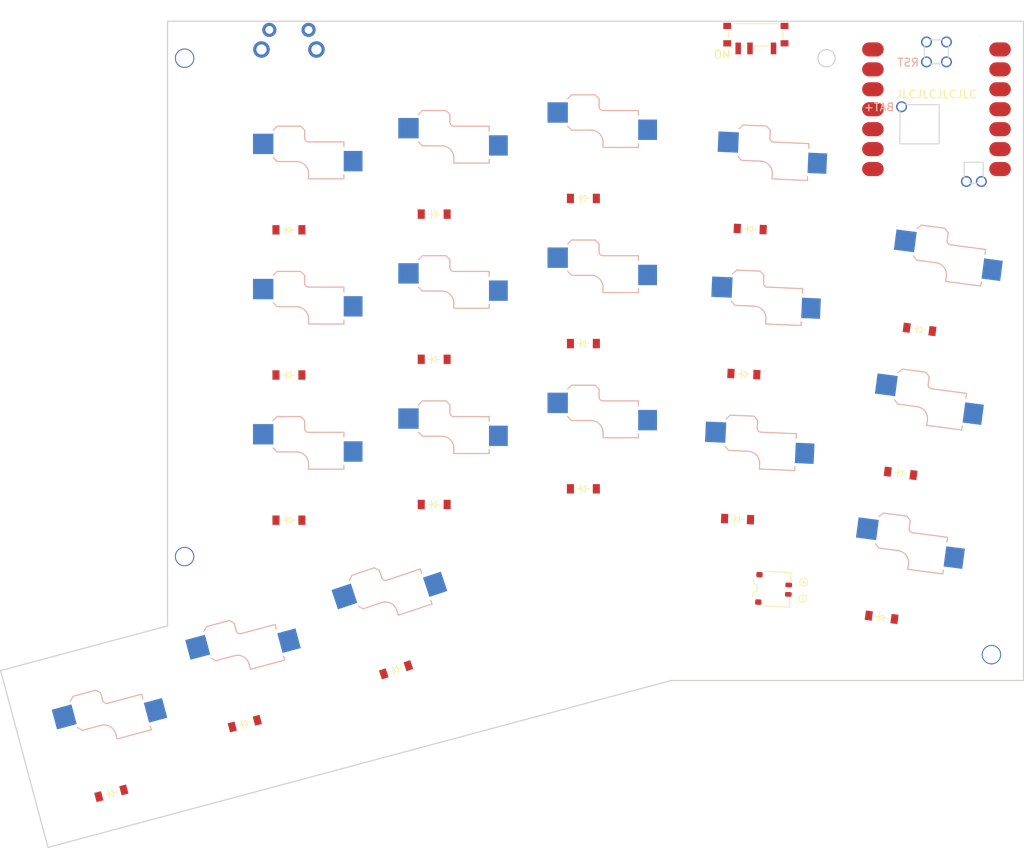
<source format=kicad_pcb>
(kicad_pcb (version 20171130) (host pcbnew 5.1.6)
  (title_block (title "Right") (rev "v1.0.0") (company "Unknown"))
  (layers (0 F.Cu signal) (31 B.Cu signal) (34 B.Paste user) (35 F.Paste user) (36 B.SilkS user) (37 F.SilkS user) (38 B.Mask user) (39 F.Mask user) (44 Edge.Cuts user))
  (net 0 "")
  (net 1 "D0")
  (net 2 "D1")
  (net 3 "C4")
  (net 4 "C3")
  (net 5 "C2")
  (net 6 "C1")
  (net 7 "C0")
  (net 8 "R3")
  (net 9 "R2")
  (net 10 "R1")
  (net 11 "R0")
  (net 12 "RAW3V3")
  (net 13 "RAW5V")
  (net 14 "CLK")
  (net 15 "DIO")
  (net 16 "GND")
  (net 17 "RST")
  (net 18 "BAT")
  (net 19 "NFC1")
  (net 20 "NFC2")
  (net 21 "mirror_pinky_bottom")
  (net 22 "mirror_pinky_home")
  (net 23 "mirror_pinky_top")
  (net 24 "mirror_ring_bottom")
  (net 25 "mirror_ring_home")
  (net 26 "mirror_ring_top")
  (net 27 "mirror_middle_bottom")
  (net 28 "mirror_middle_home")
  (net 29 "mirror_middle_top")
  (net 30 "mirror_index_bottom")
  (net 31 "mirror_index_home")
  (net 32 "mirror_index_top")
  (net 33 "mirror_inner_bottom")
  (net 34 "mirror_inner_home")
  (net 35 "mirror_inner_top")
  (net 36 "mirror_flexion_cluster")
  (net 37 "mirror_base_cluster")
  (net 38 "mirror_extension_cluster")
  (net 39 "BAT_CONN")
  (footprint "xiao_smd" (layer "F.Cu") (at 343.6705308 40.21654019999999 0)
    (property "Reference" "MCU1" hide)
    (fp_line (start -4.655408 -0.584408) (end -4.655408 4.4154) (stroke (width 0.12)) (layer "Edge.Cuts"))
    (fp_line (start -4.655408 -0.584408) (end 0.3444 -0.584408) (stroke (width 0.12)) (layer "Edge.Cuts"))
    (fp_line (start -4.655408 4.4154) (end 0.3444 4.4154) (stroke (width 0.12)) (layer "Edge.Cuts"))
    (fp_line (start -1.530247 -8.832247) (end 1.517753 -8.832247) (stroke (width 0.12)) (layer "Edge.Cuts"))
    (fp_line (start -1.530247 -5.784247) (end -1.530247 -8.832247) (stroke (width 0.12)) (layer "Edge.Cuts"))
    (fp_line (start -1.530247 -5.784247) (end 1.517753 -5.784247) (stroke (width 0.12)) (layer "Edge.Cuts"))
    (fp_line (start 0.3444 -0.584408) (end 0.3444 4.4154) (stroke (width 0.12)) (layer "Edge.Cuts"))
    (fp_line (start 1.517753 -5.784247) (end 1.517753 -8.832247) (stroke (width 0.12)) (layer "Edge.Cuts"))
    (fp_line (start 3.530592 6.751409) (end 5.943592 6.751409) (stroke (width 0.12)) (layer "Edge.Cuts"))
    (fp_line (start 3.530592 9.418409) (end 3.530592 6.751409) (stroke (width 0.12)) (layer "Edge.Cuts"))
    (fp_line (start 5.943592 6.751409) (end 5.943592 9.418409) (stroke (width 0.12)) (layer "Edge.Cuts"))
    (fp_line (start 5.943592 9.418409) (end 3.530592 9.418409) (stroke (width 0.12)) (layer "Edge.Cuts"))
    (fp_text user "BAT+" (at -7.3 -0.25 0) (layer "B.SilkS") (effects (justify mirror)))
    (fp_text user "RST" (at -3.6 -5.95 0) (layer "B.SilkS") (effects (justify mirror)))
    (fp_text user "BAT+" (at -7.3 -0.25 0) (layer "B.SilkS") (effects (justify mirror)))
    (fp_text user "RST" (at -3.6 -5.95 0) (layer "B.SilkS") (effects (justify mirror)))
    (pad "1" smd oval (at -7.62 -7.62 180) (size 2.75 1.8) (drill (offset 0.475 0)) (layers "F.Cu" "F.Paste" "F.Mask") (net 1 "D0"))
    (pad "2" smd oval (at -7.62 -5.08 180) (size 2.75 1.8) (drill (offset 0.475 0)) (layers "F.Cu" "F.Paste" "F.Mask") (net 2 "D1"))
    (pad "3" smd oval (at -7.62 -2.54 180) (size 2.75 1.8) (drill (offset 0.475 0)) (layers "F.Cu" "F.Paste" "F.Mask") (net 3 "C4"))
    (pad "4" smd oval (at -7.62 0 180) (size 2.75 1.8) (drill (offset 0.475 0)) (layers "F.Cu" "F.Paste" "F.Mask") (net 4 "C3"))
    (pad "5" smd oval (at -7.62 2.54 180) (size 2.75 1.8) (drill (offset 0.475 0)) (layers "F.Cu" "F.Paste" "F.Mask") (net 5 "C2"))
    (pad "6" smd oval (at -7.62 5.08 180) (size 2.75 1.8) (drill (offset 0.475 0)) (layers "F.Cu" "F.Paste" "F.Mask") (net 6 "C1"))
    (pad "7" smd oval (at -7.62 7.62 180) (size 2.75 1.8) (drill (offset 0.475 0)) (layers "F.Cu" "F.Paste" "F.Mask") (net 7 "C0"))
    (pad "8" smd oval (at 7.62 7.62 0) (size 2.75 1.8) (drill (offset 0.475 0)) (layers "F.Cu" "F.Paste" "F.Mask") (net 11 "R0"))
    (pad "9" smd oval (at 7.62 5.08 0) (size 2.75 1.8) (drill (offset 0.475 0)) (layers "F.Cu" "F.Paste" "F.Mask") (net 10 "R1"))
    (pad "10" smd oval (at 7.62 2.54 0) (size 2.75 1.8) (drill (offset 0.475 0)) (layers "F.Cu" "F.Paste" "F.Mask") (net 9 "R2"))
    (pad "11" smd oval (at 7.62 0 0) (size 2.75 1.8) (drill (offset 0.475 0)) (layers "F.Cu" "F.Paste" "F.Mask") (net 8 "R3"))
    (pad "12" smd oval (at 7.62 -2.54 0) (size 2.75 1.8) (drill (offset 0.475 0)) (layers "F.Cu" "F.Paste" "F.Mask") (net 12 "RAW3V3"))
    (pad "13" smd oval (at 7.62 -5.08 0) (size 2.75 1.8) (drill (offset 0.475 0)) (layers "F.Cu" "F.Paste" "F.Mask") (net 16 "GND"))
    (pad "14" smd oval (at 7.62 -7.62 0) (size 2.75 1.8) (drill (offset 0.475 0)) (layers "F.Cu" "F.Paste" "F.Mask") (net 13 "RAW5V"))
    (pad "15" thru_hole circle (at -1.27 -8.572 90) (size 1.397 1.397) (drill 1.016) (layers "*.Cu" "*.Mask") (net 14 "CLK"))
    (pad "16" thru_hole circle (at 1.27 -8.572 90) (size 1.397 1.397) (drill 1.016) (layers "*.Cu" "*.Mask") (net 15 "DIO"))
    (pad "17" thru_hole circle (at -1.27 -6.032 90) (size 1.397 1.397) (drill 1.016) (layers "*.Cu" "*.Mask") (net 17 "RST"))
    (pad "18" thru_hole circle (at 1.27 -6.032 90) (size 1.397 1.397) (drill 1.016) (layers "*.Cu" "*.Mask") (net 16 "GND"))
    (pad "19" thru_hole circle (at -4.445 -0.317 180) (size 1.397 1.397) (drill 1.016) (layers "*.Cu" "*.Mask") (net 18 "BAT"))
    (pad "20" thru_hole circle (at 3.81 9.208 180) (size 1.397 1.397) (drill 1.016) (layers "*.Cu" "*.Mask") (net 19 "NFC1"))
    (pad "21" thru_hole circle (at 5.715 9.208 180) (size 1.397 1.397) (drill 1.016) (layers "*.Cu" "*.Mask") (net 20 "NFC2"))
  )
  (module "ceoloide:switch_choc_v1_v2" (layer B.Cu) (at 337.3410616 100 -7.5)
    (fp_text reference "S1" hide)
    (pad "" np_thru_hole circle (at 0 0 -7.5) (size 5 5) (drill 5) (layers *.Cu))
    (pad "" np_thru_hole circle (at 5.5 0 -7.5) (size 1.9 1.9) (drill 1.9) (layers *.Cu))
    (pad "" np_thru_hole circle (at -5.5 0 -7.5) (size 1.9 1.9) (drill 1.9) (layers *.Cu))
    (pad "" np_thru_hole circle (at 0 -5.95 -7.5) (size 3 3) (drill 3) (layers *.Cu *.Mask))
    (pad 1 smd rect (at -3.275 -5.95 -7.5) (size 2.6 2.6) (layers B.Cu B.Paste B.Mask) (net 7 "C0"))
    (pad 2 smd rect (at 8.175 -3.75 -7.5) (size 2.4 2.6) (layers B.Cu B.Paste B.Mask) (net 21 "mirror_pinky_bottom"))
    (pad "" np_thru_hole circle (at 5 -3.75 187.5) (size 3 3) (drill 3) (layers *.Cu *.Mask))
  )
  (module "ceoloide:switch_choc_v1_v2" (layer B.Cu) (at 339.75579619999996 81.6582701 -7.5)
    (fp_text reference "S2" hide)
    (pad "" np_thru_hole circle (at 0 0 -7.5) (size 5 5) (drill 5) (layers *.Cu))
    (pad "" np_thru_hole circle (at 5.5 0 -7.5) (size 1.9 1.9) (drill 1.9) (layers *.Cu))
    (pad "" np_thru_hole circle (at -5.5 0 -7.5) (size 1.9 1.9) (drill 1.9) (layers *.Cu))
    (pad "" np_thru_hole circle (at 0 -5.95 -7.5) (size 3 3) (drill 3) (layers *.Cu *.Mask))
    (pad 1 smd rect (at -3.275 -5.95 -7.5) (size 2.6 2.6) (layers B.Cu B.Paste B.Mask) (net 7 "C0"))
    (pad 2 smd rect (at 8.175 -3.75 -7.5) (size 2.4 2.6) (layers B.Cu B.Paste B.Mask) (net 22 "mirror_pinky_home"))
    (pad "" np_thru_hole circle (at 5 -3.75 187.5) (size 3 3) (drill 3) (layers *.Cu *.Mask))
  )
  (module "ceoloide:switch_choc_v1_v2" (layer B.Cu) (at 342.1705308 63.31654019999999 -7.5)
    (fp_text reference "S3" hide)
    (pad "" np_thru_hole circle (at 0 0 -7.5) (size 5 5) (drill 5) (layers *.Cu))
    (pad "" np_thru_hole circle (at 5.5 0 -7.5) (size 1.9 1.9) (drill 1.9) (layers *.Cu))
    (pad "" np_thru_hole circle (at -5.5 0 -7.5) (size 1.9 1.9) (drill 1.9) (layers *.Cu))
    (pad "" np_thru_hole circle (at 0 -5.95 -7.5) (size 3 3) (drill 3) (layers *.Cu *.Mask))
    (pad 1 smd rect (at -3.275 -5.95 -7.5) (size 2.6 2.6) (layers B.Cu B.Paste B.Mask) (net 7 "C0"))
    (pad 2 smd rect (at 8.175 -3.75 -7.5) (size 2.4 2.6) (layers B.Cu B.Paste B.Mask) (net 23 "mirror_pinky_top"))
    (pad "" np_thru_hole circle (at 5 -3.75 187.5) (size 3 3) (drill 3) (layers *.Cu *.Mask))
  )
  (module "ceoloide:switch_choc_v1_v2" (layer B.Cu) (at 318.5567059 87.4522174 -2.5)
    (fp_text reference "S4" hide)
    (pad "" np_thru_hole circle (at 0 0 -2.5) (size 5 5) (drill 5) (layers *.Cu))
    (pad "" np_thru_hole circle (at 5.5 0 -2.5) (size 1.9 1.9) (drill 1.9) (layers *.Cu))
    (pad "" np_thru_hole circle (at -5.5 0 -2.5) (size 1.9 1.9) (drill 1.9) (layers *.Cu))
    (pad "" np_thru_hole circle (at 0 -5.95 -2.5) (size 3 3) (drill 3) (layers *.Cu *.Mask))
    (pad 1 smd rect (at -3.275 -5.95 -2.5) (size 2.6 2.6) (layers B.Cu B.Paste B.Mask) (net 6 "C1"))
    (pad 2 smd rect (at 8.175 -3.75 -2.5) (size 2.4 2.6) (layers B.Cu B.Paste B.Mask) (net 24 "mirror_ring_bottom"))
    (pad "" np_thru_hole circle (at 5 -3.75 192.5) (size 3 3) (drill 3) (layers *.Cu *.Mask))
  )
  (module "ceoloide:switch_choc_v1_v2" (layer B.Cu) (at 319.3636646 68.9698253 -2.5)
    (fp_text reference "S5" hide)
    (pad "" np_thru_hole circle (at 0 0 -2.5) (size 5 5) (drill 5) (layers *.Cu))
    (pad "" np_thru_hole circle (at 5.5 0 -2.5) (size 1.9 1.9) (drill 1.9) (layers *.Cu))
    (pad "" np_thru_hole circle (at -5.5 0 -2.5) (size 1.9 1.9) (drill 1.9) (layers *.Cu))
    (pad "" np_thru_hole circle (at 0 -5.95 -2.5) (size 3 3) (drill 3) (layers *.Cu *.Mask))
    (pad 1 smd rect (at -3.275 -5.95 -2.5) (size 2.6 2.6) (layers B.Cu B.Paste B.Mask) (net 6 "C1"))
    (pad 2 smd rect (at 8.175 -3.75 -2.5) (size 2.4 2.6) (layers B.Cu B.Paste B.Mask) (net 25 "mirror_ring_home"))
    (pad "" np_thru_hole circle (at 5 -3.75 192.5) (size 3 3) (drill 3) (layers *.Cu *.Mask))
  )
  (module "ceoloide:switch_choc_v1_v2" (layer B.Cu) (at 320.1706233 50.4874332 -2.5)
    (fp_text reference "S6" hide)
    (pad "" np_thru_hole circle (at 0 0 -2.5) (size 5 5) (drill 5) (layers *.Cu))
    (pad "" np_thru_hole circle (at 5.5 0 -2.5) (size 1.9 1.9) (drill 1.9) (layers *.Cu))
    (pad "" np_thru_hole circle (at -5.5 0 -2.5) (size 1.9 1.9) (drill 1.9) (layers *.Cu))
    (pad "" np_thru_hole circle (at 0 -5.95 -2.5) (size 3 3) (drill 3) (layers *.Cu *.Mask))
    (pad 1 smd rect (at -3.275 -5.95 -2.5) (size 2.6 2.6) (layers B.Cu B.Paste B.Mask) (net 6 "C1"))
    (pad 2 smd rect (at 8.175 -3.75 -2.5) (size 2.4 2.6) (layers B.Cu B.Paste B.Mask) (net 26 "mirror_ring_top"))
    (pad "" np_thru_hole circle (at 5 -3.75 192.5) (size 3 3) (drill 3) (layers *.Cu *.Mask))
  )
  (module "ceoloide:switch_choc_v1_v2" (layer B.Cu) (at 298.7065996 83.582685 0)
    (fp_text reference "S7" hide)
    (pad "" np_thru_hole circle (at 0 0 0) (size 5 5) (drill 5) (layers *.Cu))
    (pad "" np_thru_hole circle (at 5.5 0 0) (size 1.9 1.9) (drill 1.9) (layers *.Cu))
    (pad "" np_thru_hole circle (at -5.5 0 0) (size 1.9 1.9) (drill 1.9) (layers *.Cu))
    (pad "" np_thru_hole circle (at 0 -5.95 0) (size 3 3) (drill 3) (layers *.Cu *.Mask))
    (pad 1 smd rect (at -3.275 -5.95 0) (size 2.6 2.6) (layers B.Cu B.Paste B.Mask) (net 5 "C2"))
    (pad 2 smd rect (at 8.175 -3.75 0) (size 2.4 2.6) (layers B.Cu B.Paste B.Mask) (net 27 "mirror_middle_bottom"))
    (pad "" np_thru_hole circle (at 5 -3.75 195) (size 3 3) (drill 3) (layers *.Cu *.Mask))
  )
  (module "ceoloide:switch_choc_v1_v2" (layer B.Cu) (at 298.7065996 65.082685 0)
    (fp_text reference "S8" hide)
    (pad "" np_thru_hole circle (at 0 0 0) (size 5 5) (drill 5) (layers *.Cu))
    (pad "" np_thru_hole circle (at 5.5 0 0) (size 1.9 1.9) (drill 1.9) (layers *.Cu))
    (pad "" np_thru_hole circle (at -5.5 0 0) (size 1.9 1.9) (drill 1.9) (layers *.Cu))
    (pad "" np_thru_hole circle (at 0 -5.95 0) (size 3 3) (drill 3) (layers *.Cu *.Mask))
    (pad 1 smd rect (at -3.275 -5.95 0) (size 2.6 2.6) (layers B.Cu B.Paste B.Mask) (net 5 "C2"))
    (pad 2 smd rect (at 8.175 -3.75 0) (size 2.4 2.6) (layers B.Cu B.Paste B.Mask) (net 28 "mirror_middle_home"))
    (pad "" np_thru_hole circle (at 5 -3.75 195) (size 3 3) (drill 3) (layers *.Cu *.Mask))
  )
  (module "ceoloide:switch_choc_v1_v2" (layer B.Cu) (at 298.7065996 46.582685 0)
    (fp_text reference "S9" hide)
    (pad "" np_thru_hole circle (at 0 0 0) (size 5 5) (drill 5) (layers *.Cu))
    (pad "" np_thru_hole circle (at 5.5 0 0) (size 1.9 1.9) (drill 1.9) (layers *.Cu))
    (pad "" np_thru_hole circle (at -5.5 0 0) (size 1.9 1.9) (drill 1.9) (layers *.Cu))
    (pad "" np_thru_hole circle (at 0 -5.95 0) (size 3 3) (drill 3) (layers *.Cu *.Mask))
    (pad 1 smd rect (at -3.275 -5.95 0) (size 2.6 2.6) (layers B.Cu B.Paste B.Mask) (net 5 "C2"))
    (pad 2 smd rect (at 8.175 -3.75 0) (size 2.4 2.6) (layers B.Cu B.Paste B.Mask) (net 29 "mirror_middle_top"))
    (pad "" np_thru_hole circle (at 5 -3.75 195) (size 3 3) (drill 3) (layers *.Cu *.Mask))
  )
  (module "ceoloide:switch_choc_v1_v2" (layer B.Cu) (at 279.7065996 85.582685 0)
    (fp_text reference "S10" hide)
    (pad "" np_thru_hole circle (at 0 0 0) (size 5 5) (drill 5) (layers *.Cu))
    (pad "" np_thru_hole circle (at 5.5 0 0) (size 1.9 1.9) (drill 1.9) (layers *.Cu))
    (pad "" np_thru_hole circle (at -5.5 0 0) (size 1.9 1.9) (drill 1.9) (layers *.Cu))
    (pad "" np_thru_hole circle (at 0 -5.95 0) (size 3 3) (drill 3) (layers *.Cu *.Mask))
    (pad 1 smd rect (at -3.275 -5.95 0) (size 2.6 2.6) (layers B.Cu B.Paste B.Mask) (net 4 "C3"))
    (pad 2 smd rect (at 8.175 -3.75 0) (size 2.4 2.6) (layers B.Cu B.Paste B.Mask) (net 30 "mirror_index_bottom"))
    (pad "" np_thru_hole circle (at 5 -3.75 195) (size 3 3) (drill 3) (layers *.Cu *.Mask))
  )
  (module "ceoloide:switch_choc_v1_v2" (layer B.Cu) (at 279.7065996 67.082685 0)
    (fp_text reference "S11" hide)
    (pad "" np_thru_hole circle (at 0 0 0) (size 5 5) (drill 5) (layers *.Cu))
    (pad "" np_thru_hole circle (at 5.5 0 0) (size 1.9 1.9) (drill 1.9) (layers *.Cu))
    (pad "" np_thru_hole circle (at -5.5 0 0) (size 1.9 1.9) (drill 1.9) (layers *.Cu))
    (pad "" np_thru_hole circle (at 0 -5.95 0) (size 3 3) (drill 3) (layers *.Cu *.Mask))
    (pad 1 smd rect (at -3.275 -5.95 0) (size 2.6 2.6) (layers B.Cu B.Paste B.Mask) (net 4 "C3"))
    (pad 2 smd rect (at 8.175 -3.75 0) (size 2.4 2.6) (layers B.Cu B.Paste B.Mask) (net 31 "mirror_index_home"))
    (pad "" np_thru_hole circle (at 5 -3.75 195) (size 3 3) (drill 3) (layers *.Cu *.Mask))
  )
  (module "ceoloide:switch_choc_v1_v2" (layer B.Cu) (at 279.7065996 48.582685 0)
    (fp_text reference "S12" hide)
    (pad "" np_thru_hole circle (at 0 0 0) (size 5 5) (drill 5) (layers *.Cu))
    (pad "" np_thru_hole circle (at 5.5 0 0) (size 1.9 1.9) (drill 1.9) (layers *.Cu))
    (pad "" np_thru_hole circle (at -5.5 0 0) (size 1.9 1.9) (drill 1.9) (layers *.Cu))
    (pad "" np_thru_hole circle (at 0 -5.95 0) (size 3 3) (drill 3) (layers *.Cu *.Mask))
    (pad 1 smd rect (at -3.275 -5.95 0) (size 2.6 2.6) (layers B.Cu B.Paste B.Mask) (net 4 "C3"))
    (pad 2 smd rect (at 8.175 -3.75 0) (size 2.4 2.6) (layers B.Cu B.Paste B.Mask) (net 32 "mirror_index_top"))
    (pad "" np_thru_hole circle (at 5 -3.75 195) (size 3 3) (drill 3) (layers *.Cu *.Mask))
  )
  (module "ceoloide:switch_choc_v1_v2" (layer B.Cu) (at 261.20659969999997 87.58268509999999 0)
    (fp_text reference "S13" hide)
    (pad "" np_thru_hole circle (at 0 0 0) (size 5 5) (drill 5) (layers *.Cu))
    (pad "" np_thru_hole circle (at 5.5 0 0) (size 1.9 1.9) (drill 1.9) (layers *.Cu))
    (pad "" np_thru_hole circle (at -5.5 0 0) (size 1.9 1.9) (drill 1.9) (layers *.Cu))
    (pad "" np_thru_hole circle (at 0 -5.95 0) (size 3 3) (drill 3) (layers *.Cu *.Mask))
    (pad 1 smd rect (at -3.275 -5.95 0) (size 2.6 2.6) (layers B.Cu B.Paste B.Mask) (net 3 "C4"))
    (pad 2 smd rect (at 8.175 -3.75 0) (size 2.4 2.6) (layers B.Cu B.Paste B.Mask) (net 33 "mirror_inner_bottom"))
    (pad "" np_thru_hole circle (at 5 -3.75 195) (size 3 3) (drill 3) (layers *.Cu *.Mask))
  )
  (module "ceoloide:switch_choc_v1_v2" (layer B.Cu) (at 261.20659969999997 69.08268509999999 0)
    (fp_text reference "S14" hide)
    (pad "" np_thru_hole circle (at 0 0 0) (size 5 5) (drill 5) (layers *.Cu))
    (pad "" np_thru_hole circle (at 5.5 0 0) (size 1.9 1.9) (drill 1.9) (layers *.Cu))
    (pad "" np_thru_hole circle (at -5.5 0 0) (size 1.9 1.9) (drill 1.9) (layers *.Cu))
    (pad "" np_thru_hole circle (at 0 -5.95 0) (size 3 3) (drill 3) (layers *.Cu *.Mask))
    (pad 1 smd rect (at -3.275 -5.95 0) (size 2.6 2.6) (layers B.Cu B.Paste B.Mask) (net 3 "C4"))
    (pad 2 smd rect (at 8.175 -3.75 0) (size 2.4 2.6) (layers B.Cu B.Paste B.Mask) (net 34 "mirror_inner_home"))
    (pad "" np_thru_hole circle (at 5 -3.75 195) (size 3 3) (drill 3) (layers *.Cu *.Mask))
  )
  (module "ceoloide:switch_choc_v1_v2" (layer B.Cu) (at 261.20659969999997 50.58268509999999 0)
    (fp_text reference "S15" hide)
    (pad "" np_thru_hole circle (at 0 0 0) (size 5 5) (drill 5) (layers *.Cu))
    (pad "" np_thru_hole circle (at 5.5 0 0) (size 1.9 1.9) (drill 1.9) (layers *.Cu))
    (pad "" np_thru_hole circle (at -5.5 0 0) (size 1.9 1.9) (drill 1.9) (layers *.Cu))
    (pad "" np_thru_hole circle (at 0 -5.95 0) (size 3 3) (drill 3) (layers *.Cu *.Mask))
    (pad 1 smd rect (at -3.275 -5.95 0) (size 2.6 2.6) (layers B.Cu B.Paste B.Mask) (net 3 "C4"))
    (pad 2 smd rect (at 8.175 -3.75 0) (size 2.4 2.6) (layers B.Cu B.Paste B.Mask) (net 35 "mirror_inner_top"))
    (pad "" np_thru_hole circle (at 5 -3.75 195) (size 3 3) (drill 3) (layers *.Cu *.Mask))
  )
  (module "ceoloide:switch_choc_v1_v2" (layer B.Cu) (at 273.2637535 106.9001718 18.5)
    (fp_text reference "S16" hide)
    (pad "" np_thru_hole circle (at 0 0 18.5) (size 5 5) (drill 5) (layers *.Cu))
    (pad "" np_thru_hole circle (at 5.5 0 18.5) (size 1.9 1.9) (drill 1.9) (layers *.Cu))
    (pad "" np_thru_hole circle (at -5.5 0 18.5) (size 1.9 1.9) (drill 1.9) (layers *.Cu))
    (pad "" np_thru_hole circle (at 0 -5.95 18.5) (size 3 3) (drill 3) (layers *.Cu *.Mask))
    (pad 1 smd rect (at -3.275 -5.95 18.5) (size 2.6 2.6) (layers B.Cu B.Paste B.Mask) (net 5 "C2"))
    (pad 2 smd rect (at 8.175 -3.75 18.5) (size 2.4 2.6) (layers B.Cu B.Paste B.Mask) (net 36 "mirror_flexion_cluster"))
    (pad "" np_thru_hole circle (at 5 -3.75 213.5) (size 3 3) (drill 3) (layers *.Cu *.Mask))
  )
  (module "ceoloide:switch_choc_v1_v2" (layer B.Cu) (at 254.2936038 113.67321089999999 15)
    (fp_text reference "S17" hide)
    (pad "" np_thru_hole circle (at 0 0 15) (size 5 5) (drill 5) (layers *.Cu))
    (pad "" np_thru_hole circle (at 5.5 0 15) (size 1.9 1.9) (drill 1.9) (layers *.Cu))
    (pad "" np_thru_hole circle (at -5.5 0 15) (size 1.9 1.9) (drill 1.9) (layers *.Cu))
    (pad "" np_thru_hole circle (at 0 -5.95 15) (size 3 3) (drill 3) (layers *.Cu *.Mask))
    (pad 1 smd rect (at -3.275 -5.95 15) (size 2.6 2.6) (layers B.Cu B.Paste B.Mask) (net 4 "C3"))
    (pad 2 smd rect (at 8.175 -3.75 15) (size 2.4 2.6) (layers B.Cu B.Paste B.Mask) (net 37 "mirror_base_cluster"))
    (pad "" np_thru_hole circle (at 5 -3.75 210) (size 3 3) (drill 3) (layers *.Cu *.Mask))
  )
  (module "ceoloide:switch_choc_v1_v2" (layer B.Cu) (at 237.29630740000002 122.5485344 15)
    (fp_text reference "S18" hide)
    (pad "" np_thru_hole circle (at 0 0 15) (size 5 5) (drill 5) (layers *.Cu))
    (pad "" np_thru_hole circle (at 5.5 0 15) (size 1.9 1.9) (drill 1.9) (layers *.Cu))
    (pad "" np_thru_hole circle (at -5.5 0 15) (size 1.9 1.9) (drill 1.9) (layers *.Cu))
    (pad "" np_thru_hole circle (at 0 -5.95 15) (size 3 3) (drill 3) (layers *.Cu *.Mask))
    (pad 1 smd rect (at -3.275 -5.95 15) (size 2.6 2.6) (layers B.Cu B.Paste B.Mask) (net 3 "C4"))
    (pad 2 smd rect (at 8.175 -3.75 15) (size 2.4 2.6) (layers B.Cu B.Paste B.Mask) (net 38 "mirror_extension_cluster"))
    (pad "" np_thru_hole circle (at 5 -3.75 210) (size 3 3) (drill 3) (layers *.Cu *.Mask))
  )
  (module ComboDiode (layer F.Cu) (at 336.6884306 104.95722430000001 -7.5)
    (fp_text reference "D1" hide)
    (pad 1 smd rect (at -1.65 0 -7.5) (size 0.9 1.2) (layers F.Cu F.Paste F.Mask) (net 9 "R2"))
    (pad 2 smd rect (at 1.65 0 -7.5) (size 0.9 1.2) (layers F.Cu F.Paste F.Mask) (net 21 "mirror_pinky_bottom"))
  )
  (module ComboDiode (layer F.Cu) (at 339.1031652 86.61549439999999 -7.5)
    (fp_text reference "D2" hide)
    (pad 1 smd rect (at -1.65 0 -7.5) (size 0.9 1.2) (layers F.Cu F.Paste F.Mask) (net 10 "R1"))
    (pad 2 smd rect (at 1.65 0 -7.5) (size 0.9 1.2) (layers F.Cu F.Paste F.Mask) (net 22 "mirror_pinky_home"))
  )
  (module ComboDiode (layer F.Cu) (at 341.5178998 68.2737645 -7.5)
    (fp_text reference "D3" hide)
    (pad 1 smd rect (at -1.65 0 -7.5) (size 0.9 1.2) (layers F.Cu F.Paste F.Mask) (net 11 "R0"))
    (pad 2 smd rect (at 1.65 0 -7.5) (size 0.9 1.2) (layers F.Cu F.Paste F.Mask) (net 23 "mirror_pinky_top"))
  )
  (module ComboDiode (layer F.Cu) (at 318.338609 92.4474585 -2.5)
    (fp_text reference "D4" hide)
    (pad 1 smd rect (at -1.65 0 -2.5) (size 0.9 1.2) (layers F.Cu F.Paste F.Mask) (net 9 "R2"))
    (pad 2 smd rect (at 1.65 0 -2.5) (size 0.9 1.2) (layers F.Cu F.Paste F.Mask) (net 24 "mirror_ring_bottom"))
  )
  (module ComboDiode (layer F.Cu) (at 319.1455677 73.9650664 -2.5)
    (fp_text reference "D5" hide)
    (pad 1 smd rect (at -1.65 0 -2.5) (size 0.9 1.2) (layers F.Cu F.Paste F.Mask) (net 10 "R1"))
    (pad 2 smd rect (at 1.65 0 -2.5) (size 0.9 1.2) (layers F.Cu F.Paste F.Mask) (net 25 "mirror_ring_home"))
  )
  (module ComboDiode (layer F.Cu) (at 319.9525264 55.4826743 -2.5)
    (fp_text reference "D6" hide)
    (pad 1 smd rect (at -1.65 0 -2.5) (size 0.9 1.2) (layers F.Cu F.Paste F.Mask) (net 11 "R0"))
    (pad 2 smd rect (at 1.65 0 -2.5) (size 0.9 1.2) (layers F.Cu F.Paste F.Mask) (net 26 "mirror_ring_top"))
  )
  (module ComboDiode (layer F.Cu) (at 298.7065996 88.582685 0)
    (fp_text reference "D7" hide)
    (pad 1 smd rect (at -1.65 0 0) (size 0.9 1.2) (layers F.Cu F.Paste F.Mask) (net 9 "R2"))
    (pad 2 smd rect (at 1.65 0 0) (size 0.9 1.2) (layers F.Cu F.Paste F.Mask) (net 27 "mirror_middle_bottom"))
  )
  (module ComboDiode (layer F.Cu) (at 298.7065996 70.082685 0)
    (fp_text reference "D8" hide)
    (pad 1 smd rect (at -1.65 0 0) (size 0.9 1.2) (layers F.Cu F.Paste F.Mask) (net 10 "R1"))
    (pad 2 smd rect (at 1.65 0 0) (size 0.9 1.2) (layers F.Cu F.Paste F.Mask) (net 28 "mirror_middle_home"))
  )
  (module ComboDiode (layer F.Cu) (at 298.7065996 51.582685 0)
    (fp_text reference "D9" hide)
    (pad 1 smd rect (at -1.65 0 0) (size 0.9 1.2) (layers F.Cu F.Paste F.Mask) (net 11 "R0"))
    (pad 2 smd rect (at 1.65 0 0) (size 0.9 1.2) (layers F.Cu F.Paste F.Mask) (net 29 "mirror_middle_top"))
  )
  (module ComboDiode (layer F.Cu) (at 279.7065996 90.582685 0)
    (fp_text reference "D10" hide)
    (pad 1 smd rect (at -1.65 0 0) (size 0.9 1.2) (layers F.Cu F.Paste F.Mask) (net 9 "R2"))
    (pad 2 smd rect (at 1.65 0 0) (size 0.9 1.2) (layers F.Cu F.Paste F.Mask) (net 30 "mirror_index_bottom"))
  )
  (module ComboDiode (layer F.Cu) (at 279.7065996 72.082685 0)
    (fp_text reference "D11" hide)
    (pad 1 smd rect (at -1.65 0 0) (size 0.9 1.2) (layers F.Cu F.Paste F.Mask) (net 10 "R1"))
    (pad 2 smd rect (at 1.65 0 0) (size 0.9 1.2) (layers F.Cu F.Paste F.Mask) (net 31 "mirror_index_home"))
  )
  (module ComboDiode (layer F.Cu) (at 279.7065996 53.582685 0)
    (fp_text reference "D12" hide)
    (pad 1 smd rect (at -1.65 0 0) (size 0.9 1.2) (layers F.Cu F.Paste F.Mask) (net 11 "R0"))
    (pad 2 smd rect (at 1.65 0 0) (size 0.9 1.2) (layers F.Cu F.Paste F.Mask) (net 32 "mirror_index_top"))
  )
  (module ComboDiode (layer F.Cu) (at 261.20659969999997 92.58268509999999 0)
    (fp_text reference "D13" hide)
    (pad 1 smd rect (at -1.65 0 0) (size 0.9 1.2) (layers F.Cu F.Paste F.Mask) (net 9 "R2"))
    (pad 2 smd rect (at 1.65 0 0) (size 0.9 1.2) (layers F.Cu F.Paste F.Mask) (net 33 "mirror_inner_bottom"))
  )
  (module ComboDiode (layer F.Cu) (at 261.20659969999997 74.08268509999999 0)
    (fp_text reference "D14" hide)
    (pad 1 smd rect (at -1.65 0 0) (size 0.9 1.2) (layers F.Cu F.Paste F.Mask) (net 10 "R1"))
    (pad 2 smd rect (at 1.65 0 0) (size 0.9 1.2) (layers F.Cu F.Paste F.Mask) (net 34 "mirror_inner_home"))
  )
  (module ComboDiode (layer F.Cu) (at 261.20659969999997 55.58268509999999 0)
    (fp_text reference "D15" hide)
    (pad 1 smd rect (at -1.65 0 0) (size 0.9 1.2) (layers F.Cu F.Paste F.Mask) (net 11 "R0"))
    (pad 2 smd rect (at 1.65 0 0) (size 0.9 1.2) (layers F.Cu F.Paste F.Mask) (net 35 "mirror_inner_top"))
  )
  (module ComboDiode (layer F.Cu) (at 274.8502768 111.6417901 18.5)
    (fp_text reference "D16" hide)
    (pad 1 smd rect (at -1.65 0 18.5) (size 0.9 1.2) (layers F.Cu F.Paste F.Mask) (net 8 "R3"))
    (pad 2 smd rect (at 1.65 0 18.5) (size 0.9 1.2) (layers F.Cu F.Paste F.Mask) (net 36 "mirror_flexion_cluster"))
  )
  (module ComboDiode (layer F.Cu) (at 255.587699 118.50283999999999 15)
    (fp_text reference "D17" hide)
    (pad 1 smd rect (at -1.65 0 15) (size 0.9 1.2) (layers F.Cu F.Paste F.Mask) (net 8 "R3"))
    (pad 2 smd rect (at 1.65 0 15) (size 0.9 1.2) (layers F.Cu F.Paste F.Mask) (net 37 "mirror_base_cluster"))
  )
  (module ComboDiode (layer F.Cu) (at 238.5904026 127.3781635 15)
    (fp_text reference "D18" hide)
    (pad 1 smd rect (at -1.65 0 15) (size 0.9 1.2) (layers F.Cu F.Paste F.Mask) (net 8 "R3"))
    (pad 2 smd rect (at 1.65 0 15) (size 0.9 1.2) (layers F.Cu F.Paste F.Mask) (net 38 "mirror_extension_cluster"))
  )
  (module power_switch (layer F.Cu) (at 320.6705308 30.73354019999999 -270)
    (fp_text reference "SW1" hide)
    (pad "" smd rect (at 1.125 -3.65 -180) (size 1 0.8) (layers F.Cu F.Paste F.Mask))
    (pad "" smd rect (at -1.085 -3.65 -180) (size 1 0.8) (layers F.Cu F.Paste F.Mask))
    (pad "" smd rect (at -1.085 3.65 -180) (size 1 0.8) (layers F.Cu F.Paste F.Mask))
    (pad 1 smd rect (at -1.735 2.25 -180) (size 0.7 1.5) (layers F.Cu F.Paste F.Mask))
    (pad 2 smd rect (at -1.735 -0.75 -180) (size 0.7 1.5) (layers F.Cu F.Paste F.Mask) (net 18 "BAT"))
    (pad 3 smd rect (at -1.735 -2.25 -180) (size 0.7 1.5) (layers F.Cu F.Paste F.Mask) (net 39 "BAT_CONN"))
    (pad "" smd rect (at 1.125 3.65 -180) (size 1 0.8) (layers F.Cu F.Paste F.Mask))
    (pad "" np_thru_hole circle (at 0.025 -1.5 -180) (size 0.9 0.9) (drill 0.9) (layers *.Cu *.Mask))
    (pad "" np_thru_hole circle (at 0.025 1.5 -180) (size 0.9 0.9) (drill 0.9) (layers *.Cu *.Mask))
  )
  (gr_text "ON" (at 316.37053080000004 33.23354019999999 0) (layer F.SilkS) (effects (font (size 1 1))))
  (module "SKHLLCA010" (layer "F.Cu") (at 261.2105308 31.35854019999999 0)
    (fp_text reference "S19" hide)
    (fp_text value "SKHLLCA010")
    (pad "1" thru_hole circle (at 2.5 -1.25 0) (size 1.8 1.8) (drill 1) (layers *.Cu "B.Mask") (net 17 "RST"))
    (pad "2" thru_hole circle (at -2.5 -1.25 0) (size 1.8 1.8) (drill 1) (layers *.Cu "B.Mask") (net 16 "GND"))
    (pad "MP" thru_hole circle (at -3.5 1.25 0) (size 2.1 2.1) (drill 1.3) (layers *.Cu *.Mask))
    (pad "MP" thru_hole circle (at 3.5 1.25 0) (size 2.1 2.1) (drill 1.3) (layers *.Cu *.Mask))
  )
  (module conn_molex_pico_ezmate_1x02 (layer F.Cu) (at 322.95449229999997 101.35427779999999 -92.5)
    (fp_text reference CONN1 hide)
    (pad MP smd roundrect (at 1.75 1.9 -92.5) (size 0.7 0.8) (layers F.Cu F.Paste F.Mask))
    (pad MP smd roundrect (at -1.75 1.9 -92.5) (size 0.7 0.8) (layers F.Cu F.Paste F.Mask))
    (pad 2 smd roundrect (at 0.6 -1.875 -92.5) (size 0.6 0.85) (layers F.Cu F.Paste F.Mask) (net 16 "GND"))
    (pad 1 smd roundrect (at -0.6 -1.875 -92.5) (size 0.6 0.85) (layers F.Cu F.Paste F.Mask) (net 39 "BAT_CONN"))
  )
  (module icon_bat (layer F.Cu) (at 326.7009231 101.5178505 -92.5)
    (fp_text reference "ICON1" hide)
  )
  (module mounting_hole (layer F.Cu) (at 247.9205308 33.71654019999999 0)
    (fp_text reference "H1" hide)
    (pad "" thru_hole circle (at 0 0 180) (size 2.46 2.46) (drill 2.2) (layers *.Cu *.Mask))
  )
  (module mounting_hole (layer F.Cu) (at 350.6705308 109.7165402 0)
    (fp_text reference "H2" hide)
    (pad "" thru_hole circle (at 0 0 180) (size 2.46 2.46) (drill 2.2) (layers *.Cu *.Mask))
  )
  (module mounting_hole (layer F.Cu) (at 247.9205308 97.2165402 0)
    (fp_text reference "H3" hide)
    (pad "" thru_hole circle (at 0 0 180) (size 2.46 2.46) (drill 2.2) (layers *.Cu *.Mask))
  )
  (gr_text "JLCJLCJLCJLC" (at 343.6705308 38.31654019999999 0) (layer F.SilkS) (effects (font (size 1 1))))
  (gr_line (start 224.4885343 111.74616809999999) (end 245.74803079999998 106.04970322449725) (angle 90) (layer Edge.Cuts) (width 0.15))
  (gr_line (start 224.4885343 111.74616809999999) (end 230.5254064 134.2760789) (angle 90) (layer Edge.Cuts) (width 0.15))
  (gr_line (start 230.5254064 134.2760789) (end 309.896941420576 113.0085402) (angle 90) (layer Edge.Cuts) (width 0.15))
  (gr_line (start 309.896941420576 113.0085402) (end 354.7480308 113.0085402) (angle 90) (layer Edge.Cuts) (width 0.15))
  (gr_line (start 354.7480308 113.0085402) (end 354.7480308 29.0085402) (angle 90) (layer Edge.Cuts) (width 0.15))
  (gr_line (start 354.7480308 29.0085402) (end 245.74803079999998 29.0085402) (angle 90) (layer Edge.Cuts) (width 0.15))
  (gr_line (start 245.74803079999998 29.0085402) (end 245.74803079999998 106.04970322449725) (angle 90) (layer Edge.Cuts) (width 0.15))
  (gr_circle (center 329.6705308 33.71654019999999) (end 330.7705308 33.71654019999999) (layer Edge.Cuts) (width 0.15))
)
</source>
